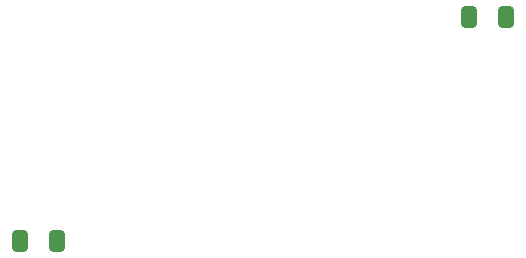
<source format=gbr>
%TF.GenerationSoftware,KiCad,Pcbnew,(6.0.4)*%
%TF.CreationDate,2023-07-24T14:01:23-04:00*%
%TF.ProjectId,BREAD_Loaf,42524541-445f-44c6-9f61-662e6b696361,rev?*%
%TF.SameCoordinates,PX2faf080PYee6b280*%
%TF.FileFunction,Paste,Bot*%
%TF.FilePolarity,Positive*%
%FSLAX46Y46*%
G04 Gerber Fmt 4.6, Leading zero omitted, Abs format (unit mm)*
G04 Created by KiCad (PCBNEW (6.0.4)) date 2023-07-24 14:01:23*
%MOMM*%
%LPD*%
G01*
G04 APERTURE LIST*
G04 Aperture macros list*
%AMRoundRect*
0 Rectangle with rounded corners*
0 $1 Rounding radius*
0 $2 $3 $4 $5 $6 $7 $8 $9 X,Y pos of 4 corners*
0 Add a 4 corners polygon primitive as box body*
4,1,4,$2,$3,$4,$5,$6,$7,$8,$9,$2,$3,0*
0 Add four circle primitives for the rounded corners*
1,1,$1+$1,$2,$3*
1,1,$1+$1,$4,$5*
1,1,$1+$1,$6,$7*
1,1,$1+$1,$8,$9*
0 Add four rect primitives between the rounded corners*
20,1,$1+$1,$2,$3,$4,$5,0*
20,1,$1+$1,$4,$5,$6,$7,0*
20,1,$1+$1,$6,$7,$8,$9,0*
20,1,$1+$1,$8,$9,$2,$3,0*%
G04 Aperture macros list end*
%ADD10RoundRect,0.250000X-0.412500X-0.650000X0.412500X-0.650000X0.412500X0.650000X-0.412500X0.650000X0*%
%ADD11RoundRect,0.250000X0.412500X0.650000X-0.412500X0.650000X-0.412500X-0.650000X0.412500X-0.650000X0*%
G04 APERTURE END LIST*
D10*
%TO.C,C1*%
X190937500Y172900000D03*
X194062500Y172900000D03*
%TD*%
D11*
%TO.C,C2*%
X232062500Y191900000D03*
X228937500Y191900000D03*
%TD*%
M02*

</source>
